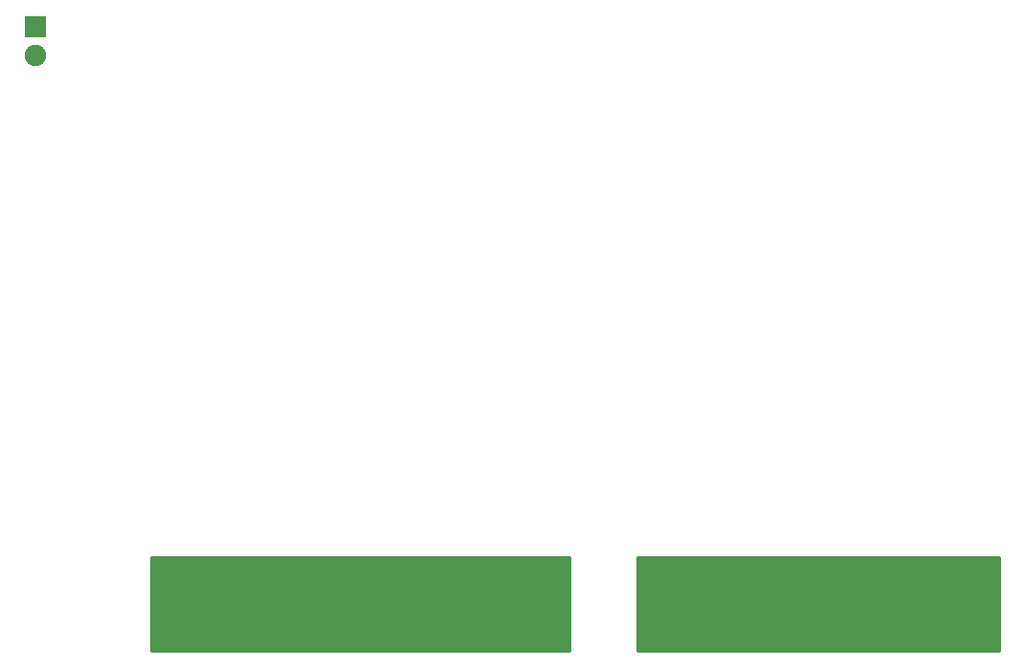
<source format=gbs>
G04 (created by PCBNEW-RS274X (2012-01-19 BZR 3256)-stable) date 09/06/2012 05:25:14*
G01*
G70*
G90*
%MOIN*%
G04 Gerber Fmt 3.4, Leading zero omitted, Abs format*
%FSLAX34Y34*%
G04 APERTURE LIST*
%ADD10C,0.006000*%
%ADD11R,0.075000X0.075000*%
%ADD12C,0.075000*%
%ADD13C,0.010000*%
G04 APERTURE END LIST*
G54D10*
G54D11*
X11657Y-46055D03*
G54D12*
X11657Y-47055D03*
G54D10*
G36*
X30259Y-67815D02*
X30259Y-64567D01*
X15692Y-64567D01*
X15692Y-67815D01*
X30259Y-67815D01*
X30259Y-67815D01*
G37*
G54D13*
X30259Y-67815D02*
X30259Y-64567D01*
X15692Y-64567D01*
X15692Y-67815D01*
X30259Y-67815D01*
G54D10*
G36*
X45220Y-67815D02*
X45220Y-64567D01*
X32621Y-64567D01*
X32621Y-67815D01*
X45220Y-67815D01*
X45220Y-67815D01*
G37*
G54D13*
X45220Y-67815D02*
X45220Y-64567D01*
X32621Y-64567D01*
X32621Y-67815D01*
X45220Y-67815D01*
M02*

</source>
